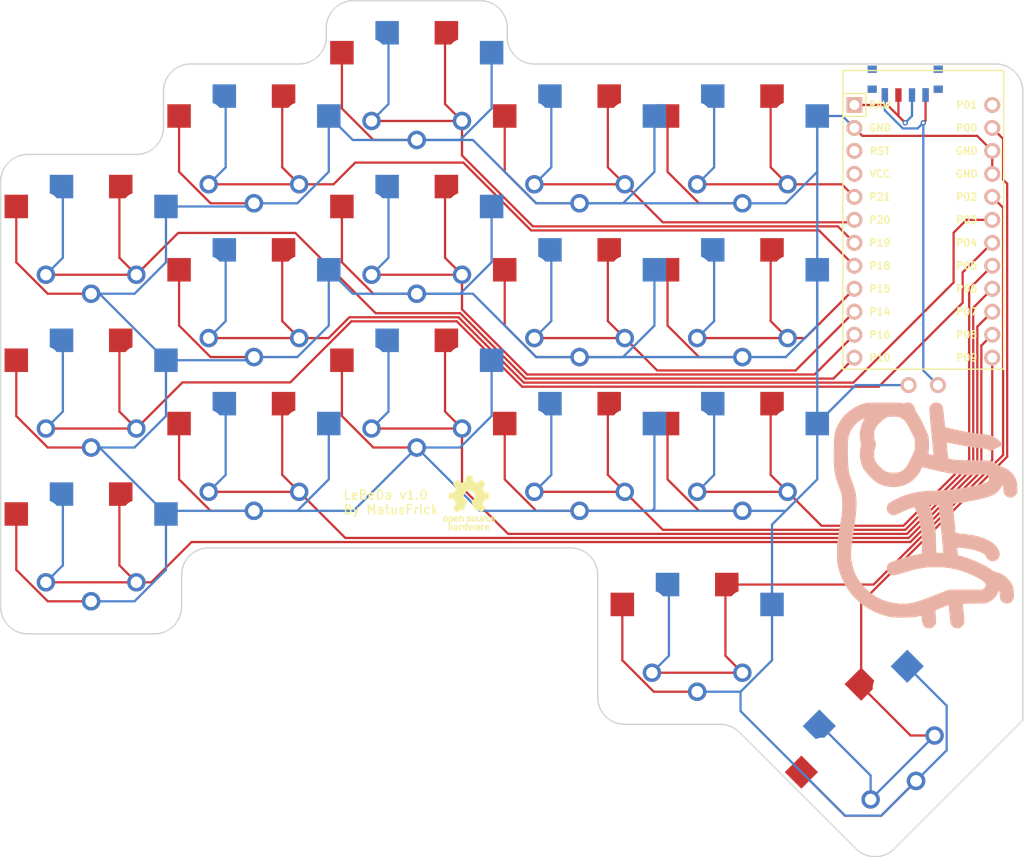
<source format=kicad_pcb>
(kicad_pcb (version 20211014) (generator pcbnew)
  (title_block (title "LeBeDa") (date "2022-04-03") (rev "v1.0") (company "https://github.com/MatusFrick/LeBeDa"))
  (layers (0 "F.Cu" signal) (31 "B.Cu" signal) (34 "B.Paste" user) (35 "F.Paste" user) (36 "B.SilkS" user "B.Silkscreen") (37 "F.SilkS" user "F.Silkscreen") (38 "B.Mask" user) (39 "F.Mask" user) (44 "Edge.Cuts" user))
  (net 0 "")
  (net 1 "P9")
  (net 2 "GND")
  (net 3 "P4")
  (net 4 "P10")
  (net 5 "P8")
  (net 6 "P3")
  (net 7 "P18")
  (net 8 "P7")
  (net 9 "P16")
  (net 10 "P19")
  (net 11 "P6")
  (net 12 "P14")
  (net 13 "P20")
  (net 14 "P5")
  (net 15 "P15")
  (net 16 "P21")
  (net 17 "P2")
  (net 18 "P0")
  (net 19 "RAW")
  (net 20 "RST")
  (net 21 "VCC")
  (net 22 "P1")
  (net 23 "pos")
  (footprint "lib:bat" (layer "F.Cu") (at 196.45 85.65 -90)
    (fp_text reference "")
    (fp_text value "")
  )
  (footprint "PG1350" (layer "F.Cu") (at 158.45 76.65 180)
    (fp_text reference "S22" hide)
    (fp_text value "" hide)
  )
  (footprint "PG1350" (layer "F.Cu") (at 176.45 59.65 180)
    (fp_text reference "S30" hide)
    (fp_text value "" hide)
  )
  (footprint "PG1350" (layer "F.Cu") (at 122.45 76.65 180)
    (fp_text reference "S10" hide)
    (fp_text value "" hide)
  )
  (footprint "PG1350" (layer "F.Cu") (at 104.45 69.65 180)
    (fp_text reference "S6" hide)
    (fp_text value "" hide)
  )
  (footprint "PG1350" (layer "F.Cu") (at 140.45 86.65)
    (fp_text reference "S13" hide)
    (fp_text value "" hide)
  )
  (footprint "VIA-0.6mm" (layer "F.Cu") (at 194.45 56.65)
    (fp_text reference "REF**" hide)
    (fp_text value "VIA-0.6mm" hide)
  )
  (footprint "PG1350" (layer "F.Cu") (at 171.45 113.65)
    (fp_text reference "S31" hide)
    (fp_text value "" hide)
  )
  (footprint "PG1350" (layer "F.Cu") (at 140.45 52.65)
    (fp_text reference "S17" hide)
    (fp_text value "" hide)
  )
  (footprint "PG1350" (layer "F.Cu") (at 191.474412 125.237868 45)
    (fp_text reference "S33" hide)
    (fp_text value "" hide)
  )
  (footprint "PG1350" (layer "F.Cu") (at 158.45 93.65 180)
    (fp_text reference "S20" hide)
    (fp_text value "" hide)
  )
  (footprint "lbd-rounded-backups:sloth" (layer "F.Cu") (at 196.7 100.05 90)
    (fp_text reference "G***" hide)
    (fp_text value "LOGO" hide)
  )
  (footprint "PG1350" (layer "F.Cu") (at 104.45 86.65)
    (fp_text reference "S3" hide)
    (fp_text value "" hide)
  )
  (footprint "PG1350" (layer "F.Cu") (at 104.45 103.65)
    (fp_text reference "S1" hide)
    (fp_text value "" hide)
  )
  (footprint "PG1350" (layer "F.Cu") (at 158.45 76.65)
    (fp_text reference "S21" hide)
    (fp_text value "" hide)
  )
  (footprint "Symbol:OSHW-Logo_5.7x6mm_SilkScreen" (layer "F.Cu") (at 146.25 98.7)
    (fp_text reference "REF**" hide)
    (fp_text value "OSHW-Logo_5.7x6mm_SilkScreen" hide)
  )
  (footprint "PG1350" (layer "F.Cu") (at 140.45 69.65 180)
    (fp_text reference "S16" hide)
    (fp_text value "" hide)
  )
  (footprint "VIA-0.6mm" (layer "F.Cu") (at 196.45 56.65)
    (fp_text reference "REF**" hide)
    (fp_text value "VIA-0.6mm" hide)
  )
  (footprint "PG1350" (layer "F.Cu") (at 140.45 52.65 180)
    (fp_text reference "S18" hide)
    (fp_text value "" hide)
  )
  (footprint "PG1350" (layer "F.Cu") (at 158.45 93.65)
    (fp_text reference "S19" hide)
    (fp_text value "" hide)
  )
  (footprint "PG1350" (layer "F.Cu") (at 176.45 59.65)
    (fp_text reference "S29" hide)
    (fp_text value "" hide)
  )
  (footprint "PG1350" (layer "F.Cu") (at 158.45 59.65)
    (fp_text reference "S23" hide)
    (fp_text value "" hide)
  )
  (footprint "PG1350" (layer "F.Cu") (at 191.474412 125.237868 -135)
    (fp_text reference "S34" hide)
    (fp_text value "" hide)
  )
  (footprint "PG1350" (layer "F.Cu") (at 122.45 76.65)
    (fp_text reference "S9" hide)
    (fp_text value "" hide)
  )
  (footprint "PG1350" (layer "F.Cu") (at 122.45 59.65)
    (fp_text reference "S11" hide)
    (fp_text value "" hide)
  )
  (footprint "Button_Switch_SMD:SW_SPDT_PCM12" (layer "F.Cu") (at 194.45 52.15 180)
    (fp_text reference "")
    (fp_text value "")
  )
  (footprint "PG1350" (layer "F.Cu") (at 104.45 86.65 180)
    (fp_text reference "S4" hide)
    (fp_text value "" hide)
  )
  (footprint "PG1350" (layer "F.Cu") (at 176.45 76.65)
    (fp_text reference "S27" hide)
    (fp_text value "" hide)
  )
  (footprint "PG1350" (layer "F.Cu") (at 122.45 59.65 180)
    (fp_text reference "S12" hide)
    (fp_text value "" hide)
  )
  (footprint "PG1350" (layer "F.Cu") (at 104.45 69.65)
    (fp_text reference "S5" hide)
    (fp_text value "" hide)
  )
  (footprint "PG1350" (layer "F.Cu") (at 104.45 103.65 180)
    (fp_text reference "S2" hide)
    (fp_text value "" hide)
  )
  (footprint "PG1350" (layer "F.Cu") (at 176.45 93.65 180)
    (fp_text reference "S26" hide)
    (fp_text value "" hide)
  )
  (footprint "PG1350" (layer "F.Cu") (at 140.45 86.65 180)
    (fp_text reference "S14" hide)
    (fp_text value "" hide)
  )
  (footprint "PG1350" (layer "F.Cu") (at 122.45 93.65 180)
    (fp_text reference "S8" hide)
    (fp_text value "" hide)
  )
  (footprint "ProMicro" (layer "F.Cu") (at 196.45 68.65 -90)
    (fp_text reference "MCU1" hide)
    (fp_text value "" hide)
  )
  (footprint "PG1350" (layer "F.Cu") (at 176.45 76.65 180)
    (fp_text reference "S28" hide)
    (fp_text value "" hide)
  )
  (footprint "PG1350" (layer "F.Cu") (at 171.45 113.65 180)
    (fp_text reference "S32" hide)
    (fp_text value "" hide)
  )
  (footprint "PG1350" (layer "F.Cu") (at 122.45 93.65)
    (fp_text reference "S7" hide)
    (fp_text value "" hide)
  )
  (footprint "PG1350" (layer "F.Cu") (at 176.45 93.65)
    (fp_text reference "S25" hide)
    (fp_text value "" hide)
  )
  (footprint "PG1350" (layer "F.Cu") (at 158.45 59.65 180)
    (fp_text reference "S24" hide)
    (fp_text value "" hide)
  )
  (footprint "PG1350" (layer "F.Cu") (at 140.45 69.65)
    (fp_text reference "S15" hide)
    (fp_text value "" hide)
  )
  (footprint "lbd-rounded-backups:sloth" (layer "B.Cu") (at 196.7 100.05 -90)
    (fp_text reference "G***" hide)
    (fp_text value "LOGO" hide)
  )
  (gr_arc (start 204.45 50.15) (mid 206.57132 51.02868) (end 207.45 53.15) (layer "Edge.Cuts") (width 0.15))
  (gr_line (start 115.45 50.15) (end 127.45 50.15) (layer "Edge.Cuts") (width 0.15))
  (gr_line (start 114.45 106.65) (end 114.45 110.15) (layer "Edge.Cuts") (width 0.15))
  (gr_arc (start 157.45 103.65) (mid 159.57132 104.52868) (end 160.45 106.65) (layer "Edge.Cuts") (width 0.15))
  (gr_line (start 133.45 43.15) (end 147.45 43.15) (layer "Edge.Cuts") (width 0.15))
  (gr_arc (start 112.45 57.15) (mid 111.57132 59.27132) (end 109.45 60.15) (layer "Edge.Cuts") (width 0.15))
  (gr_arc (start 147.45 43.15) (mid 149.57132 44.02868) (end 150.45 46.15) (layer "Edge.Cuts") (width 0.15))
  (gr_line (start 112.45 57.15) (end 112.45 53.15) (layer "Edge.Cuts") (width 0.15))
  (gr_arc (start 130.45 46.15) (mid 131.32868 44.02868) (end 133.45 43.15) (layer "Edge.Cuts") (width 0.15))
  (gr_arc (start 130.45 47.15) (mid 129.57132 49.27132) (end 127.45 50.15) (layer "Edge.Cuts") (width 0.15))
  (gr_arc (start 153.45 50.15) (mid 151.32868 49.27132) (end 150.45 47.15) (layer "Edge.Cuts") (width 0.15))
  (gr_arc (start 174.001768 123.15) (mid 175.149825 123.378351) (end 176.123088 124.02868) (layer "Edge.Cuts") (width 0.15))
  (gr_arc (start 163.45 123.15) (mid 161.32868 122.27132) (end 160.45 120.15) (layer "Edge.Cuts") (width 0.15))
  (gr_arc (start 97.45 113.15) (mid 95.32868 112.27132) (end 94.45 110.15) (layer "Edge.Cuts") (width 0.15))
  (gr_line (start 150.45 46.15) (end 150.45 47.15) (layer "Edge.Cuts") (width 0.15))
  (gr_line (start 163.45 123.15) (end 174.001768 123.15) (layer "Edge.Cuts") (width 0.15))
  (gr_line (start 153.45 50.15) (end 204.45 50.15) (layer "Edge.Cuts") (width 0.15))
  (gr_line (start 193.242179 136.90513) (end 207.525736 122.621573) (layer "Edge.Cuts") (width 0.15))
  (gr_line (start 176.123088 124.02868) (end 188.999538 136.90513) (layer "Edge.Cuts") (width 0.15))
  (gr_line (start 130.45 47.15) (end 130.45 46.15) (layer "Edge.Cuts") (width 0.15))
  (gr_line (start 117.45 103.65) (end 157.45 103.65) (layer "Edge.Cuts") (width 0.15))
  (gr_line (start 97.45 113.15) (end 111.45 113.15) (layer "Edge.Cuts") (width 0.15))
  (gr_arc (start 114.45 106.65) (mid 115.32868 104.52868) (end 117.45 103.65) (layer "Edge.Cuts") (width 0.15))
  (gr_arc (start 94.45 63.15) (mid 95.32868 61.02868) (end 97.45 60.15) (layer "Edge.Cuts") (width 0.15))
  (gr_arc (start 114.45 110.15) (mid 113.57132 112.27132) (end 111.45 113.15) (layer "Edge.Cuts") (width 0.15))
  (gr_line (start 160.45 120.15) (end 160.45 106.65) (layer "Edge.Cuts") (width 0.15))
  (gr_arc (start 112.45 53.15) (mid 113.32868 51.02868) (end 115.45 50.15) (layer "Edge.Cuts") (width 0.15))
  (gr_arc (start 193.242179 136.905131) (mid 191.12087 137.783778) (end 188.999538 136.90513) (layer "Edge.Cuts") (width 0.15))
  (gr_line (start 207.45 122.545837) (end 207.45 53.15) (layer "Edge.Cuts") (width 0.15))
  (gr_line (start 207.45 122.545837) (end 207.525736 122.621573) (layer "Edge.Cuts") (width 0.15))
  (gr_line (start 94.45 110.15) (end 94.45 63.15) (layer "Edge.Cuts") (width 0.15))
  (gr_line (start 97.45 60.15) (end 109.45 60.15) (layer "Edge.Cuts") (width 0.15))
  (gr_text "LeBeDa v1.0\nBy MatusFrick" (at 132.25 98.6) (layer "F.SilkS") (effects (font (size 1 1)) (justify left)))
  (segment (start 115.55 103) (end 195.014282 103) (width 0.25) (layer "F.Cu") (net 1))
  (segment (start 109.45 107.45) (end 99.45 107.45) (width 0.25) (layer "F.Cu") (net 1))
  (segment (start 107.575479 105.575479) (end 109.45 107.45) (width 0.25) (layer "F.Cu") (net 1))
  (segment (start 111.1 107.45) (end 115.55 103) (width 0.25) (layer "F.Cu") (net 1))
  (segment (start 195.014282 103) (end 204.07 93.944282) (width 0.25) (layer "F.Cu") (net 1))
  (segment (start 107.725 97.7) (end 107.575479 97.849521) (width 0.25) (layer "F.Cu") (net 1))
  (segment (start 204.07 93.944282) (end 204.07 82.62) (width 0.25) (layer "F.Cu") (net 1))
  (segment (start 107.575479 97.849521) (end 107.575479 105.575479) (width 0.25) (layer "F.Cu") (net 1))
  (segment (start 109.45 107.45) (end 111.1 107.45) (width 0.25) (layer "F.Cu") (net 1))
  (segment (start 101.175 97.7) (end 101.324521 97.849521) (width 0.25) (layer "B.Cu") (net 1))
  (segment (start 101.324521 97.849521) (end 101.324521 105.575479) (width 0.25) (layer "B.Cu") (net 1))
  (segment (start 101.324521 105.575479) (end 99.45 107.45) (width 0.25) (layer "B.Cu") (net 1))
  (segment (start 96.175 89.07077) (end 99.65423 92.55) (width 0.25) (layer "F.Cu") (net 2))
  (segment (start 96.175 65.9) (end 96.175 72.07077) (width 0.25) (layer "F.Cu") (net 2))
  (segment (start 188.83 57.22) (end 189.7063 58.0963) (width 0.25) (layer "F.Cu") (net 2))
  (segment (start 132.175 48.9) (end 132.175 55.07077) (width 0.25) (layer "F.Cu") (net 2))
  (segment (start 132.175 65.9) (end 132.175 72.07077) (width 0.25) (layer "F.Cu") (net 2))
  (segment (start 150.175 96.07077) (end 153.65423 99.55) (width 0.25) (layer "F.Cu") (net 2))
  (segment (start 96.175 106.07077) (end 99.65423 109.55) (width 0.25) (layer "F.Cu") (net 2))
  (segment (start 150.175 72.9) (end 150.175 79.07077) (width 0.25) (layer "F.Cu") (net 2))
  (segment (start 150.175 89.9) (end 150.175 96.07077) (width 0.25) (layer "F.Cu") (net 2))
  (segment (start 163.175 116.07077) (end 166.65423 119.55) (width 0.25) (layer "F.Cu") (net 2))
  (segment (start 171.65423 65.55) (end 176.45 65.55) (width 0.25) (layer "F.Cu") (net 2))
  (segment (start 96.175 82.9) (end 96.175 89.07077) (width 0.25) (layer "F.Cu") (net 2))
  (segment (start 114.175 62.07077) (end 117.65423 65.55) (width 0.25) (layer "F.Cu") (net 2))
  (segment (start 202.4063 58.0963) (end 204.07 59.76) (width 0.25) (layer "F.Cu") (net 2))
  (segment (start 204.07 59.76) (end 204.07 62.3) (width 0.25) (layer "F.Cu") (net 2))
  (segment (start 168.175 72.9) (end 168.175 79.07077) (width 0.25) (layer "F.Cu") (net 2))
  (segment (start 153.65423 65.55) (end 158.45 65.55) (width 0.25) (layer "F.Cu") (net 2))
  (segment (start 150.175 62.07077) (end 153.65423 65.55) (width 0.25) (layer "F.Cu") (net 2))
  (segment (start 168.175 89.9) (end 168.175 96.07077) (width 0.25) (layer "F.Cu") (net 2))
  (segment (start 132.175 82.9) (end 132.175 89.07077) (width 0.25) (layer "F.Cu") (net 2))
  (segment (start 99.65423 92.55) (end 104.45 92.55) (width 0.25) (layer "F.Cu") (net 2))
  (segment (start 132.175 55.07077) (end 135.65423 58.55) (width 0.25) (layer "F.Cu") (net 2))
  (segment (start 166.65423 119.55) (end 171.45 119.55) (width 0.25) (layer "F.Cu") (net 2))
  (segment (start 99.65423 109.55) (end 104.45 109.55) (width 0.25) (layer "F.Cu") (net 2))
  (segment (start 132.175 72.07077) (end 135.65423 75.55) (width 0.25) (layer "F.Cu") (net 2))
  (segment (start 117.65423 65.55) (end 122.45 65.55) (width 0.25) (layer "F.Cu") (net 2))
  (segment (start 114.175 79.07077) (end 117.65423 82.55) (width 0.25) (layer "F.Cu") (net 2))
  (segment (start 114.175 72.9) (end 114.175 79.07077) (width 0.25) (layer "F.Cu") (net 2))
  (segment (start 117.65423 82.55) (end 122.45 82.55) (width 0.25) (layer "F.Cu") (net 2))
  (segment (start 153.65423 82.55) (end 158.45 82.55) (width 0.25) (layer "F.Cu") (net 2))
  (segment (start 191.80614 133.25) (end 195.646342 129.409798) (width 0.25) (layer "F.Cu") (net 2))
  (segment (start 114.175 96.07077) (end 117.65423 99.55) (width 0.25) (layer "F.Cu") (net 2))
  (segment (start 168.175 79.07077) (end 171.65423 82.55) (width 0.25) (layer "F.Cu") (net 2))
  (segment (start 187.783927 133.25) (end 191.80614 133.25) (width 0.25) (layer "F.Cu") (net 2))
  (segment (start 168.175 62.07077) (end 171.65423 65.55) (width 0.25) (layer "F.Cu") (net 2))
  (segment (start 189.7063 58.0963) (end 202.4063 58.0963) (width 0.25) (layer "F.Cu") (net 2))
  (segment (start 135.65423 92.55) (end 140.45 92.55) (width 0.25) (layer "F.Cu") (net 2))
  (segment (start 96.175 99.9) (end 96.175 106.07077) (width 0.25) (layer "F.Cu") (net 2))
  (segment (start 153.65423 99.55) (end 158.45 99.55) (width 0.25) (layer "F.Cu") (net 2))
  (segment (start 99.65423 75.55) (end 104.45 75.55) (width 0.25) (layer "F.Cu") (net 2))
  (segment (start 135.65423 58.55) (end 140.45 58.55) (width 0.25) (layer "F.Cu") (net 2))
  (segment (start 168.175 96.07077) (end 171.65423 99.55) (width 0.25) (layer "F.Cu") (net 2))
  (segment (start 132.175 89.07077) (end 135.65423 92.55) (width 0.25) (layer "F.Cu") (net 2))
  (segment (start 171.65423 99.55) (end 176.45 99.55) (width 0.25) (layer "F.Cu") (net 2))
  (segment (start 135.65423 75.55) (end 140.45 75.55) (width 0.25) (layer "F.Cu") (net 2))
  (segment (start 117.65423 99.55) (end 122.45 99.55) (width 0.25) (layer "F.Cu") (net 2))
  (segment (start 96.175 72.07077) (end 99.65423 75.55) (width 0.25) (layer "F.Cu") (net 2))
  (segment (start 150.175 79.07077) (end 153.65423 82.55) (width 0.25) (layer "F.Cu") (net 2))
  (segment (start 114.175 55.9) (end 114.175 62.07077) (width 0.25) (layer "F.Cu") (net 2))
  (segment (start 163.175 109.9) (end 163.175 116.07077) (width 0.25) (layer "F.Cu") (net 2))
  (segment (start 114.175 89.9) (end 114.175 96.07077) (width 0.25) (layer "F.Cu") (net 2))
  (segment (start 168.175 55.9) (end 168.175 62.07077) (width 0.25) (layer "F.Cu") (net 2))
  (segment (start 182.971453 128.437526) (end 187.783927 133.25) (width 0.25) (layer "F.Cu") (net 2))
  (segment (start 171.65423 82.55) (end 176.45 82.55) (width 0.25) (layer "F.Cu") (net 2))
  (segment (start 150.175 55.9) (end 150.175 62.07077) (width 0.25) (layer "F.Cu") (net 2))
  (segment (start 145.24577 92.55) (end 140.45 92.55) (width 0.25) (layer "B.Cu") (net 2))
  (segment (start 130.725 72.9) (end 130.725 79.07077) (width 0.25) (layer "B.Cu") (net 2))
  (segment (start 130.725 55.9) (end 130.725 62.07077) (width 0.25) (layer "B.Cu") (net 2))
  (segment (start 187.51 55.9) (end 188.83 57.22) (width 0.25) (layer "B.Cu") (net 2))
  (segment (start 181.24577 82.55) (end 176.45 82.55) (width 0.25) (layer "B.Cu") (net 2))
  (segment (start 112.725 82.9) (end 112.725 89.07077) (width 0.25) (layer "B.Cu") (net 2))
  (segment (start 191.80614 133.25) (end 187.8 133.25) (width 0.25) (layer "B.Cu") (net 2))
  (segment (start 176.45 99.55) (end 158.45 99.55) (width 0.25) (layer "B.Cu") (net 2))
  (segment (start 194.83 85.65) (end 188.975 85.65) (width 0.25) (layer "B.Cu") (net 2))
  (segment (start 188.975 85.65) (end 184.725 89.9) (width 0.25) (layer "B.Cu") (net 2))
  (segment (start 166.725 72.9) (end 166.725 79.07077) (width 0.25) (layer "B.Cu") (net 2))
  (segment (start 184.725 79.07077) (end 181.24577 82.55) (width 0.25) (layer "B.Cu") (net 2))
  (segment (start 140.45 75.55) (end 146.65423 75.55) (width 0.25) (layer "B.Cu") (net 2))
  (segment (start 147.45 99.55) (end 140.45 92.55) (width 0.25) (layer "B.Cu") (net 2))
  (segment (start 153.65423 82.55) (end 158.45 82.55) (width 0.25) (layer "B.Cu") (net 2))
  (segment (start 112.725 99.9) (end 112.725 106.07077) (width 0.25) (layer "B.Cu") (net 2))
  (segment (start 130.725 62.07077) (end 127.24577 65.55) (width 0.25) (layer "B.Cu") (net 2))
  (segment (start 199.037463 126.018677) (end 195.646342 129.409798) (width 0.25) (layer "B.Cu") (net 2))
  (segment (start 127.24577 65.55) (end 122.45 65.55) (width 0.25) (layer "B.Cu") (net 2))
  (segment (start 148.725 72.07077) (end 145.24577 75.55) (width 0.25) (layer "B.Cu") (net 2))
  (segment (start 109.24577 92.55) (end 104.45 92.55) (width 0.25) (layer "B.Cu") (net 2))
  (segment (start 130.725 72.9) (end 133.375 75.55) (width 0.25) (layer "B.Cu") (net 2))
  (segment (start 148.725 55.07077) (end 145.24577 58.55) (width 0.25) (layer "B.Cu") (net 2))
  (segment (start 122.1 82.9) (end 122.45 82.55) (width 0.25) (layer "B.Cu") (net 2))
  (segment (start 133.375 75.55) (end 140.45 75.55) (width 0.25) (layer "B.Cu") (net 2))
  (segment (start 184.725 62.07077) (end 181.24577 65.55) (width 0.25) (layer "B.Cu") (net 2))
  (segment (start 158.45 99.55) (end 147.45 99.55) (width 0.25) (layer "B.Cu") (net 2))
  (segment (start 166.725 89.9) (end 166.725 99.275) (width 0.25) (layer "B.Cu") (net 2))
  (segment (start 184.725 72.9) (end 184.725 79.07077) (width 0.25) (layer "B.Cu") (net 2))
  (segment (start 145.24577 58.55) (end 140.45 58.55) (width 0.25) (layer "B.Cu") (net 2))
  (segment (start 122.1 65.9) (end 122.45 65.55) (width 0.25) (layer "B.Cu") (net 2))
  (segment (start 182.047885 98.747885) (end 181.24577 99.55) (width 0.25) (layer "B.Cu") (net 2))
  (segment (start 148.725 65.9) (end 148.725 72.07077) (width 0.25) (layer "B.Cu") (net 2))
  (segment (start 184.725 55.9) (end 184.725 62.07077) (width 0.25) (layer "B.Cu") (net 2))
  (segment (start 133.375 58.55) (end 140.45 58.55) (width 0.25) (layer "B.Cu") (net 2))
  (segment (start 179.725 109.9) (end 179.725 116.07077) (width 0.25) (layer "B.Cu") (net 2))
  (segment (start 163.24577 82.55) (end 158.45 82.55) (width 0.25) (layer "B.Cu") (net 2))
  (segment (start 145.24577 75.55) (end 140.45 75.55) (width 0.25) (layer "B.Cu") (net 2))
  (segment (start 130.725 55.9) (end 133.375 58.55) (width 0.25) (layer "B.Cu") (net 2))
  (segment (start 184.725 89.9) (end 184.725 96.07077) (width 0.25) (layer "B.Cu") (net 2))
  (segment (start 130.725 96.07077) (end 127.24577 99.55) (width 0.25) (layer "B.Cu") (net 2))
  (segment (start 148.725 89.07077) (end 145.24577 92.55) (width 0.25) (layer "B.Cu") (net 2))
  (segment (start 112.725 99.9) (end 105.375 92.55) (width 0.25) (layer "B.Cu") (net 2))
  (segment (start 127.24577 82.55) (end 122.45 82.55) (width 0.25) (layer "B.Cu") (net 2))
  (segment (start 113.075 99.55) (end 112.725 99.9) (width 0.25) (layer "B.Cu") (net 2))
  (segment (start 181.24577 99.55) (end 176.45 99.55) (width 0.25) (layer "B.Cu") (net 2))
  (segment (start 133.45 99.55) (end 122.45 99.55) (width 0.25) (layer "B.Cu") (net 2))
  (segment (start 112.725 89.07077) (end 109.24577 92.55) (width 0.25) (layer "B.Cu") (net 2))
  (segment (start 166.45 99.55) (end 158.45 99.55) (width 0.25) (layer "B.Cu") (net 2))
  (segment (start 166.725 99.275) (end 166.45 99.55) (width 0.25) (layer "B.Cu") (net 2))
  (segment (start 140.45 58.55) (end 146.65423 58.55) (width 0.25) (layer "B.Cu") (net 2))
  (segment (start 166.725 62.075) (end 163.25 65.55) (width 0.25) (layer "B.Cu") (net 2))
  (segment (start 158.45 82.55) (end 176.45 82.55) (width 0.25) (layer "B.Cu") (net 2))
  (segment (start 176.24577 119.55) (end 171.45 119.55) (width 0.25) (layer "B.Cu") (net 2))
  (segment (start 194.67407 116.734909) (end 199.037463 121.098302) (width 0.25) (layer "B.Cu") (net 2))
  (segment (start 130.725 79.07077) (end 127.24577 82.55) (width 0.25) (layer "B.Cu") (net 2))
  (segment (start 158.45 65.55) (end 176.45 65.55) (width 0.25) (layer "B.Cu") (net 2))
  (segment (start 122.45 99.55) (end 113.075 99.55) (width 0.25) (layer "B.Cu") (net 2))
  (segment (start 109.24577 75.55) (end 104.45 75.55) (width 0.25) (layer "B.Cu") (net 2))
  (segment (start 105.375 92.55) (end 104.45 92.55) (width 0.25) (layer "B.Cu") (net 2))
  (segment (start 179.725 101.07077) (end 182.047885 98.747885) (width 0.25) (layer "B.Cu") (net 2))
  (segment (start 112.725 82.9) (end 105.375 75.55) (width 0.25) (layer "B.Cu") (net 2))
  (segment (start 181.24577 65.55) (end 176.45 65.55) (width 0.25) (layer "B.Cu") (net 2))
  (segment (start 184.725 55.9) (end 187.51 55.9) (width 0.25) (layer "B.Cu") (net 2))
  (segment (start 187.8 133.25) (end 176.24577 121.69577) (width 0.25) (layer "B.Cu") (net 2))
  (segment (start 166.725 79.07077) (end 163.24577 82.55) (width 0.25) (layer "B.Cu") (net 2))
  (segment (start 109.24577 109.55) (end 104.45 109.55) (width 0.25) (layer "B.Cu") (net 2))
  (segment (start 112.725 65.9) (end 112.725 72.07077) (width 0.25) (layer "B.Cu") (net 2))
  (segment (start 163.25 65.55) (end 158.45 65.55) (width 0.25) (layer "B.Cu") (net 2))
  (segment (start 112.725 72.07077) (end 109.24577 75.55) (width 0.25) (layer "B.Cu") (net 2))
  (segment (start 179.725 109.9) (end 179.725 101.07077) (width 0.25) (layer "B.Cu") (net 2))
  (segment (start 179.725 116.07077) (end 176.24577 119.55) (width 0.25) (layer "B.Cu") (net 2))
  (segment (start 130.725 89.9) (end 130.725 96.07077) (width 0.25) (layer "B.Cu") (net 2))
  (segment (start 148.725 48.9) (end 148.725 55.07077) (width 0.25) (layer "B.Cu") (net 2))
  (segment (start 166.725 55.9) (end 166.725 62.075) (width 0.25) (layer "B.Cu") (net 2))
  (segment (start 146.65423 75.55) (end 153.65423 82.55) (width 0.25) (layer "B.Cu") (net 2))
  (segment (start 112.725 82.9) (end 122.1 82.9) (width 0.25) (layer "B.Cu") (net 2))
  (segment (start 199.037463 121.098302) (end 199.037463 126.018677) (width 0.25) (layer "B.Cu") (net 2))
  (segment (start 105.375 75.55) (end 104.45 75.55) (width 0.25) (layer "B.Cu") (net 2))
  (segment (start 112.725 65.9) (end 122.1 65.9) (width 0.25) (layer "B.Cu") (net 2))
  (segment (start 112.725 106.07077) (end 109.24577 109.55) (width 0.25) (layer "B.Cu") (net 2))
  (segment (start 184.725 72.9) (end 184.725 55.9) (width 0.25) (layer "B.Cu") (net 2))
  (segment (start 184.725 72.9) (end 184.725 89.9) (width 0.25) (layer "B.Cu") (net 2))
  (segment (start 184.725 96.07077) (end 182.047885 98.747885) (width 0.25) (layer "B.Cu") (net 2))
  (segment (start 140.45 92.55) (end 133.45 99.55) (width 0.25) (layer "B.Cu") (net 2))
  (segment (start 148.725 82.9) (end 148.725 89.07077) (width 0.25) (layer "B.Cu") (net 2))
  (segment (start 127.24577 99.55) (end 122.45 99.55) (width 0.25) (layer "B.Cu") (net 2))
  (segment (start 146.65423 58.55) (end 153.65423 65.55) (width 0.25) (layer "B.Cu") (net 2))
  (segment (start 153.65423 65.55) (end 158.45 65.55) (width 0.25) (layer "B.Cu") (net 2))
  (segment (start 195.646342 129.409798) (end 191.80614 133.25) (width 0.25) (layer "B.Cu") (net 2))
  (segment (start 176.24577 121.69577) (end 176.24577 119.55) (width 0.25) (layer "B.Cu") (net 2))
  (segment (start 107.575479 88.575479) (end 109.45 90.45) (width 0.25) (layer "F.Cu") (net 3))
  (segment (start 152.099501 85.825479) (end 144.874022 78.6) (width 0.25) (layer "F.Cu") (net 3))
  (segment (start 200.8 76.55) (end 191.524521 85.825479) (width 0.25) (layer "F.Cu") (net 3))
  (segment (start 191.524521 85.825479) (end 152.099501 85.825479) (width 0.25) (layer "F.Cu") (net 3))
  (segment (start 144.874022 78.6) (end 133.225978 78.6) (width 0.25) (layer "F.Cu") (net 3))
  (segment (start 200.8 73.19) (end 200.8 76.55) (width 0.25) (layer "F.Cu") (net 3))
  (segment (start 114.55 85.35) (end 109.45 90.45) (width 0.25) (layer "F.Cu") (net 3))
  (segment (start 107.725 80.7) (end 107.575479 80.849521) (width 0.25) (layer "F.Cu") (net 3))
  (segment (start 109.45 90.45) (end 99.45 90.45) (width 0.25) (layer "F.Cu") (net 3))
  (segment (start 126.475978 85.35) (end 114.55 85.35) (width 0.25) (layer "F.Cu") (net 3))
  (segment (start 204.07 69.92) (end 200.8 73.19) (width 0.25) (layer "F.Cu") (net 3))
  (segment (start 133.225978 78.6) (end 126.475978 85.35) (width 0.25) (layer "F.Cu") (net 3))
  (segment (start 107.575479 80.849521) (end 107.575479 88.575479) (width 0.25) (layer "F.Cu") (net 3))
  (segment (start 101.175 80.7) (end 101.324521 80.849521) (width 0.25) (layer "B.Cu") (net 3))
  (segment (start 101.324521 80.849521) (end 101.324521 88.575479) (width 0.25) (layer "B.Cu") (net 3))
  (segment (start 101.324521 88.575479) (end 99.45 90.45) (width 0.25) (layer "B.Cu") (net 3))
  (segment (start 135.90096 77.70096) (end 145.246416 77.70096) (width 0.25) (layer "F.Cu") (net 4))
  (segment (start 145.246416 77.70096) (end 152.471897 84.926439) (width 0.25) (layer "F.Cu") (net 4))
  (segment (start 107.575479 71.575479) (end 109.45 73.45) (width 0.25) (layer "F.Cu") (net 4))
  (segment (start 152.471897 84.926439) (end 186.523561 84.926439) (width 0.25) (layer "F.Cu") (net 4))
  (segment (start 109.45 73.45) (end 99.45 73.45) (width 0.25) (layer "F.Cu") (net 4))
  (segment (start 114.074521 68.825479) (end 127.025479 68.825479) (width 0.25) (layer "F.Cu") (net 4))
  (segment (start 109.45 73.45) (end 114.074521 68.825479) (width 0.25) (layer "F.Cu") (net 4))
  (segment (start 186.523561 84.926439) (end 188.83 82.62) (width 0.25) (layer "F.Cu") (net 4))
  (segment (start 107.725 63.7) (end 107.575479 63.849521) (width 0.25) (layer "F.Cu") (net 4))
  (segment (start 107.575479 63.849521) (end 107.575479 71.575479) (width 0.25) (layer "F.Cu") (net 4))
  (segment (start 127.025479 68.825479) (end 135.90096 77.70096) (width 0.25) (layer "F.Cu") (net 4))
  (segment (start 101.324521 63.849521) (end 101.324521 71.575479) (width 0.25) (layer "B.Cu") (net 4))
  (segment (start 101.324521 71.575479) (end 99.45 73.45) (width 0.25) (layer "B.Cu") (net 4))
  (segment (start 101.175 63.7) (end 101.324521 63.849521) (width 0.25) (layer "B.Cu") (net 4))
  (segment (start 194.828084 102.55048) (end 202.869189 94.509375) (width 0.25) (layer "F.Cu") (net 5))
  (segment (start 125.725 87.7) (end 125.575479 87.849521) (width 0.25) (layer "F.Cu") (net 5))
  (segment (start 202.869189 94.509375) (end 202.869189 81.280811) (width 0.25) (layer "F.Cu") (net 5))
  (segment (start 127.45 97.45) (end 132.55048 102.55048) (width 0.25) (layer "F.Cu") (net 5))
  (segment (start 202.869189 81.280811) (end 204.07 80.08) (width 0.25) (layer "F.Cu") (net 5))
  (segment (start 125.575479 87.849521) (end 125.575479 95.575479) (width 0.25) (layer "F.Cu") (net 5))
  (segment (start 132.55048 102.55048) (end 194.828084 102.55048) (width 0.25) (layer "F.Cu") (net 5))
  (segment (start 127.45 97.45) (end 117.45 97.45) (width 0.25) (layer "F.Cu") (net 5))
  (segment (start 125.575479 95.575479) (end 127.45 97.45) (width 0.25) (layer "F.Cu") (net 5))
  (segment (start 119.175 87.7) (end 119.324521 87.849521) (width 0.25) (layer "B.Cu") (net 5))
  (segment (start 119.324521 87.849521) (end 119.324521 95.575479) (width 0.25) (layer "B.Cu") (net 5))
  (segment (start 119.324521 95.575479) (end 117.45 97.45) (width 0.25) (layer "B.Cu") (net 5))
  (segment (start 127.45 80.45) (end 117.45 80.45) (width 0.25) (layer "F.Cu") (net 6))
  (segment (start 152.285699 85.375959) (end 188.724041 85.375959) (width 0.25) (layer "F.Cu") (net 6))
  (segment (start 125.725 70.7) (end 125.575479 70.849521) (width 0.25) (layer "F.Cu") (net 6))
  (segment (start 199.8 74.3) (end 199.8 68.8) (width 0.25) (layer "F.Cu") (net 6))
  (segment (start 188.724041 85.375959) (end 199.8 74.3) (width 0.25) (layer "F.Cu") (net 6))
  (segment (start 199.8 68.8) (end 201.22 67.38) (width 0.25) (layer "F.Cu") (net 6))
  (segment (start 125.575479 70.849521) (end 125.575479 78.575479) (width 0.25) (layer "F.Cu") (net 6))
  (segment (start 201.22 67.38) (end 204.07 67.38) (width 0.25) (layer "F.Cu") (net 6))
  (segment (start 130.7 80.45) (end 132.99952 78.15048) (width 0.25) (layer "F.Cu") (net 6))
  (segment (start 127.45 80.45) (end 130.7 80.45) (width 0.25) (layer "F.Cu") (net 6))
  (segment (start 132.99952 78.15048) (end 145.060219 78.15048) (width 0.25) (layer "F.Cu") (net 6))
  (segment (start 145.060219 78.15048) (end 152.285699 85.375959) (width 0.25) (layer "F.Cu") (net 6))
  (segment (start 125.575479 78.575479) (end 127.45 80.45) (width 0.25) (layer "F.Cu") (net 6))
  (segment (start 119.324521 70.849521) (end 119.324521 78.575479) (width 0.25) (layer "B.Cu") (net 6))
  (segment (start 119.324521 78.575479) (end 117.45 80.45) (width 0.25) (layer "B.Cu") (net 6))
  (segment (start 119.175 70.7) (end 119.324521 70.849521) (width 0.25) (layer "B.Cu") (net 6))
  (segment (start 125.575479 53.849521) (end 125.575479 61.575479) (width 0.25) (layer "F.Cu") (net 7))
  (segment (start 184.92 68.55) (end 188.83 72.46) (width 0.25) (layer "F.Cu") (net 7))
  (segment (start 153.1 68.55) (end 184.92 68.55) (width 0.25) (layer "F.Cu") (net 7))
  (segment (start 127.45 63.45) (end 117.45 63.45) (width 0.25) (layer "F.Cu") (net 7))
  (segment (start 145.6 61.05) (end 153.1 68.55) (width 0.25) (layer "F.Cu") (net 7))
  (segment (start 125.575479 61.575479) (end 127.45 63.45) (width 0.25) (layer "F.Cu") (net 7))
  (segment (start 131.25 63.45) (end 133.65 61.05) (width 0.25) (layer "F.Cu") (net 7))
  (segment (start 127.45 63.45) (end 131.25 63.45) (width 0.25) (layer "F.Cu") (net 7))
  (segment (start 133.65 61.05) (end 145.6 61.05) (width 0.25) (layer "F.Cu") (net 7))
  (segment (start 125.725 53.7) (end 125.575479 53.849521) (width 0.25) (layer "F.Cu") (net 7))
  (segment (start 119.175 53.7) (end 119.324521 53.849521) (width 0.25) (layer "B.Cu") (net 7))
  (segment (start 119.324521 53.849521) (end 119.324521 61.575479) (width 0.25) (layer "B.Cu") (net 7))
  (segment (start 119.324521 61.575479) (end 117.45 63.45) (width 0.25) (layer "B.Cu") (net 7))
  (segment (start 145.45 97) (end 150.55096 102.10096) (width 0.25) (layer "F.Cu") (net 8))
  (segment (start 194.641886 102.10096) (end 202.419669 94.323177) (width 0.25) (layer "F.Cu") (net 8))
  (segment (start 150.55096 102.10096) (end 194.641886 102.10096) (width 0.25) (layer "F.Cu") (net 8))
  (segment (start 143.575479 80.849521) (end 143.575479 88.575479) (width 0.25) (layer "F.Cu") (net 8))
  (segment (start 143.575479 88.575479) (end 145.45 90.45) (width 0.25) (layer "F.Cu") (net 8))
  (segment (start 143.725 80.7) (end 143.575479 80.849521) (width 0.25) (layer "F.Cu") (net 8))
  (segment (start 145.45 90.45) (end 135.45 90.45) (width 0.25) (layer "F.Cu") (net 8))
  (segment (start 145.45 90.45) (end 145.45 97) (width 0.25) (layer "F.Cu") (net 8))
  (segment (start 202.419669 94.323177) (end 202.419669 79.190331) (width 0.25) (layer "F.Cu") (net 8))
  (segment (start 202.419669 79.190331) (end 204.07 77.54) (width 0.25) (layer "F.Cu") (net 8))
  (segment (start 137.324521 80.849521) (end 137.324521 88.575479) (width 0.25) (layer "B.Cu") (net 8))
  (segment (start 137.324521 88.575479) (end 135.45 90.45) (width 0.25) (layer "B.Cu") (net 8))
  (segment (start 137.175 80.7) (end 137.324521 80.849521) (width 0.25) (layer "B.Cu") (net 8))
  (segment (start 145.45 73.45) (end 135.45 73.45) (width 0.25) (layer "F.Cu") (net 9))
  (segment (start 143.575479 71.575479) (end 145.45 73.45) (width 0.25) (layer "F.Cu") (net 9))
  (segment (start 143.725 63.7) (end 143.575479 63.849521) (width 0.25) (layer "F.Cu") (net 9))
  (segment (start 145.45 77.268826) (end 152.658095 84.476919) (width 0.25) (layer "F.Cu") (net 9))
  (segment (start 145.45 73.45) (end 145.45 77.268826) (width 0.25) (layer "F.Cu") (net 9))
  (segment (start 143.575479 63.849521) (end 143.575479 71.575479) (width 0.25) (layer "F.Cu") (net 9))
  (segment (start 184.433081 84.476919) (end 188.83 80.08) (width 0.25) (layer "F.Cu") (net 9))
  (segment (start 152.658095 84.476919) (end 184.433081 84.476919) (width 0.25) (layer "F.Cu") (net 9))
  (segment (start 137.324521 63.849521) (end 137.324521 71.575479) (width 0.25) (layer "B.Cu") (net 9))
  (segment (start 137.175 63.7) (end 137.324521 63.849521) (width 0.25) (layer "B.Cu") (net 9))
  (segment (start 137.324521 71.575479) (end 135.45 73.45) (width 0.25) (layer "B.Cu") (net 9))
  (segment (start 187.01048 68.10048) (end 188.83 69.92) (width 0.25) (layer "F.Cu") (net 10))
  (segment (start 145.45 56.45) (end 135.45 56.45) (width 0.25) (layer "F.Cu") (net 10))
  (segment (start 145.45 56.45) (end 145.45 60.264283) (width 0.25) (layer "F.Cu") (net 10))
  (segment (start 145.45 60.264283) (end 153.286198 68.10048) (width 0.25) (layer "F.Cu") (net 10))
  (segment (start 153.286198 68.10048) (end 187.01048 68.10048) (width 0.25) (layer "F.Cu") (net 10))
  (segment (start 143.575479 54.575479) (end 145.45 56.45) (width 0.25) (layer "F.Cu") (net 10))
  (segment (start 143.725 46.7) (end 143.575479 46.849521) (width 0.25) (layer "F.Cu") (net 10))
  (segment (start 143.575479 46.849521) (end 143.575479 54.575479) (width 0.25) (layer "F.Cu") (net 10))
  (segment (start 137.324521 46.849521) (end 137.324521 54.575479) (width 0.25) (layer "B.Cu") (net 10))
  (segment (start 137.324521 54.575479) (end 135.45 56.45) (width 0.25) (layer "B.Cu") (net 10))
  (segment (start 137.175 46.7) (end 137.324521 46.849521) (width 0.25) (layer "B.Cu") (net 10))
  (segment (start 161.575479 95.575479) (end 163.45 97.45) (width 0.25) (layer "F.Cu") (net 11))
  (segment (start 201.970149 77.099851) (end 204.07 75) (width 0.25) (layer "F.Cu") (net 11))
  (segment (start 161.575479 87.849521) (end 161.575479 95.575479) (width 0.25) (layer "F.Cu") (net 11))
  (segment (start 161.725 87.7) (end 161.575479 87.849521) (width 0.25) (layer "F.Cu") (net 11))
  (segment (start 163.45 97.45) (end 153.45 97.45) (width 0.25) (layer "F.Cu") (net 11))
  (segment (start 194.455688 101.65144) (end 201.970149 94.136979) (width 0.25) (layer "F.Cu") (net 11))
  (segment (start 163.45 97.45) (end 167.65144 101.65144) (width 0.25) (layer "F.Cu") (net 11))
  (segment (start 167.65144 101.65144) (end 194.455688 101.65144) (width 0.25) (layer "F.Cu") (net 11))
  (segment (start 201.970149 94.136979) (end 201.970149 77.099851) (width 0.25) (layer "F.Cu") (net 11))
  (segment (start 155.175 87.7) (end 155.324521 87.849521) (width 0.25) (layer "B.Cu") (net 11))
  (segment (start 155.324521 95.575479) (end 153.45 97.45) (width 0.25) (layer "B.Cu") (net 11))
  (segment (start 155.324521 87.849521) (end 155.324521 95.575479) (width 0.25) (layer "B.Cu") (net 11))
  (segment (start 163.45 80.45) (end 167.027399 84.027399) (width 0.25) (layer "F.Cu") (net 12))
  (segment (start 163.45 80.45) (end 153.45 80.45) (width 0.25) (layer "F.Cu") (net 12))
  (segment (start 161.575479 70.849521) (end 161.575479 78.575479) (width 0.25) (layer "F.Cu") (net 12))
  (segment (start 182.342601 84.027399) (end 188.83 77.54) (width 0.25) (layer "F.Cu") (net 12))
  (segment (start 167.027399 84.027399) (end 182.342601 84.027399) (width 0.25) (layer "F.Cu") (net 12))
  (segment (start 161.725 70.7) (end 161.575479 70.849521) (width 0.25) (layer "F.Cu") (net 12))
  (segment (start 161.575479 78.575479) (end 163.45 80.45) (width 0.25) (layer "F.Cu") (net 12))
  (segment (start 155.324521 70.849521) (end 155.324521 78.575479) (width 0.25) (layer "B.Cu") (net 12))
  (segment (start 155.324521 78.575479) (end 153.45 80.45) (width 0.25) (layer "B.Cu") (net 12))
  (segment (start 155.175 70.7) (end 155.324521 70.849521) (width 0.25) (layer "B.Cu") (net 12))
  (segment (start 188.530124 67.38) (end 188.83 67.38) (width 0.25) (layer "F.Cu") (net 13))
  (segment (start 163.45 63.45) (end 153.45 63.45) (width 0.25) (layer "F.Cu") (net 13))
  (segment (start 161.575479 61.575479) (end 163.45 63.45) (width 0.25) (layer "F.Cu") (net 13))
  (segment (start 188.259164 67.65096) (end 188.530124 67.38) (width 0.25) (layer "F.Cu") (net 13))
  (segment (start 161.725 53.7) (end 161.575479 53.849521) (width 0.25) (layer "F.Cu") (net 13))
  (segment (start 163.45 63.45) (end 167.65096 67.65096) (width 0.25) (layer "F.Cu") (net 13))
  (segment (start 167.65096 67.65096) (end 188.259164 67.65096) (width 0.25) (layer "F.Cu") (net 13))
  (segment (start 161.575479 53.849521) (end 161.575479 61.575479) (width 0.25) (layer "F.Cu") (net 13))
  (segment (start 155.324521 61.575479) (end 153.45 63.45) (width 0.25) (layer "B.Cu") (net 13))
  (segment (start 155.324521 53.849521) (end 155.324521 61.575479) (width 0.25) (layer "B.Cu") (net 13))
  (segment (start 155.175 53.7) (end 155.324521 53.849521) (width 0.25) (layer "B.Cu") (net 13))
  (segment (start 181.45 97.45) (end 171.45 97.45) (width 0.25) (layer "F.Cu") (net 14))
  (segment (start 181.45 97.45) (end 185.20192 101.20192) (width 0.25) (layer "F.Cu") (net 14))
  (segment (start 179.575479 87.849521) (end 179.575479 95.575479) (width 0.25) (layer "F.Cu") (net 14))
  (segment (start 194.24808 101.20192) (end 201.520629 93.929371) (width 0.25) (layer "F.Cu") (net 14))
  (segment (start 179.725 87.7) (end 179.575479 87.849521) (width 0.25) (layer "F.Cu") (net 14))
  (segment (start 185.20192 101.20192) (end 194.24808 101.20192) (width 0.25) (layer "F.Cu") (net 14))
  (segment (start 201.520629 75.009371) (end 204.07 72.46) (width 0.25) (layer "F.Cu") (net 14))
  (segment (start 201.520629 93.670629) (end 201.520629 75.009371) (width 0.25) (layer "F.Cu") (net 14))
  (segment (start 201.520629 93.950781) (end 201.520629 93.670629) (width 0.25) (layer "F.Cu") (net 14))
  (segment (start 179.575479 95.575479) (end 181.45 97.45) (width 0.25) (layer "F.Cu") (net 14))
  (segment (start 201.520629 93.929371) (end 201.520629 93.670629) (width 0.25) (layer "F.Cu") (net 14))
  (segment (start 173.324521 95.575479) (end 171.45 97.45) (width 0.25) (layer "B.Cu") (net 14))
  (segment (start 173.175 87.7) (end 173.324521 87.849521) (width 0.25) (layer "B.Cu") (net 14))
  (segment (start 173.324521 87.849521) (end 173.324521 95.575479) (width 0.25) (layer "B.Cu") (net 14))
  (segment (start 179.575479 78.575479) (end 181.45 80.45) (width 0.25) (layer "F.Cu") (net 15))
  (segment (start 179.725 70.7) (end 179.575479 70.849521) (width 0.25) (layer "F.Cu") (net 15))
  (segment (start 183.38 80.45) (end 188.83 75) (width 0.25) (layer "F.Cu") (net 15))
  (segment (start 181.45 80.45) (end 171.45 80.45) (width 0.25) (layer "F.Cu") (net 15))
  (segment (start 179.575479 70.849521) (end 179.575479 78.575479) (width 0.25) (layer "F.Cu") (net 15))
  (segment (start 181.45 80.45) (end 183.38 80.45) (width 0.25) (layer "F.Cu") (net 15))
  (segment (start 173.324521 70.849521) (end 173.324521 78.575479) (width 0.25) (layer "B.Cu") (net 15))
  (segment (start 173.175 70.7) (end 173.324521 70.849521) (width 0.25) (layer "B.Cu") (net 15))
  (segment (start 173.324521 78.575479) (end 171.45 80.45) (width 0.25) (layer "B.Cu") (net 15))
  (segment (start 187.44 63.45) (end 188.83 64.84) (width 0.25) (layer "F.Cu") (net 16))
  (segment (start 179.575479 53.849521) (end 179.575479 61.575479) (width 0.25) (layer "F.Cu") (net 16))
  (segment (start 181.45 63.45) (end 171.45 63.45) (width 0.25) (layer "F.Cu") (net 16))
  (segment (start 179.575479 61.575479) (end 181.45 63.45) (width 0.25) (layer "F.Cu") (net 16))
  (segment (start 181.45 63.45) (end 187.44 63.45) (width 0.25) (layer "F.Cu") (net 16))
  (segment (start 179.725 53.7) (end 179.575479 53.849521) (width 0.25) (layer "F.Cu") (net 16))
  (segment (start 173.175 53.7) (end 173.324521 53.849521) (width 0.25) (layer "B.Cu") (net 16))
  (segment (start 173.324521 53.849521) (end 173.324521 61.575479) (width 0.25) (layer "B.Cu") (net 16))
  (segment (start 173.324521 61.575479) (end 171.45 63.45) (width 0.25) (layer "B.Cu") (net 16))
  (segment (start 174.725 107.7) (end 174.575479 107.849521) (width 0.25) (layer "F.Cu") (net 17))
  (segment (start 205.270811 66.040811) (end 205.270811 93.379189) (width 0.25) (layer "F.Cu") (net 17))
  (segment (start 174.575479 107.849521) (end 174.575479 115.575479) (width 0.25) (layer "F.Cu") (net 17))
  (segment (start 176.45 117.45) (end 166.45 117.45) (width 0.25) (layer "F.Cu") (net 17))
  (segment (start 190.95 107.7) (end 174.725 107.7) (width 0.25) (layer "F.Cu") (net 17))
  (segment (start 204.07 64.84) (end 205.270811 66.040811) (width 0.25) (layer "F.Cu") (net 17))
  (segment (start 174.575479 115.575479) (end 176.45 117.45) (width 0.25) (layer "F.Cu") (net 17))
  (segment (start 205.270811 93.379189) (end 190.95 107.7) (width 0.25) (layer "F.Cu") (net 17))
  (segment (start 168.324521 115.575479) (end 166.45 117.45) (width 0.25) (layer "B.Cu") (net 17))
  (segment (start 168.324521 107.849521) (end 168.324521 115.575479) (width 0.25) (layer "B.Cu") (net 17))
  (segment (start 168.175 107.7) (end 168.324521 107.849521) (width 0.25) (layer "B.Cu") (net 17))
  (segment (start 195.045977 124.38934) (end 197.696952 124.38934) (width 0.25) (layer "F.Cu") (net 18))
  (segment (start 189.582901 118.714808) (end 189.582901 118.926264) (width 0.25) (layer "F.Cu") (net 18))
  (segment (start 189.582901 118.926264) (end 195.045977 124.38934) (width 0.25) (layer "F.Cu") (net 18))
  (segment (start 189.582901 109.702817) (end 189.582901 118.714808) (width 0.25) (layer "F.Cu") (net 18))
  (segment (start 205.270811 58.420811) (end 205.270811 62.935771) (width 0.25) (layer "F.Cu") (net 18))
  (segment (start 205.720331 63.385291) (end 205.720331 93.565387) (width 0.25) (layer "F.Cu") (net 18))
  (segment (start 205.720331 93.565387) (end 189.582901 109.702817) (width 0.25) (layer "F.Cu") (net 18))
  (segment (start 205.270811 62.935771) (end 205.720331 63.385291) (width 0.25) (layer "F.Cu") (net 18))
  (segment (start 204.07 57.22) (end 205.270811 58.420811) (width 0.25) (layer "F.Cu") (net 18))
  (segment (start 190.625884 128.809433) (end 190.625884 131.460408) (width 0.25) (layer "B.Cu") (net 18))
  (segment (start 184.951352 123.346357) (end 185.162808 123.346357) (width 0.25) (layer "B.Cu") (net 18))
  (segment (start 185.162808 123.346357) (end 190.625884 128.809433) (width 0.25) (layer "B.Cu") (net 18))
  (segment (start 197.696952 124.38934) (end 190.625884 131.460408) (width 0.25) (layer "B.Cu") (net 18))
  (segment (start 192.48 54.68) (end 194.45 56.65) (width 0.25) (layer "F.Cu") (net 19))
  (segment (start 188.83 54.68) (end 192.48 54.68) (width 0.25) (layer "F.Cu") (net 19))
  (segment (start 193.7 53.58) (end 193.7 55.9) (width 0.25) (layer "F.Cu") (net 19))
  (segment (start 193.7 55.9) (end 194.45 56.65) (width 0.25) (layer "F.Cu") (net 19))
  (segment (start 195.2 55.9) (end 194.45 56.65) (width 0.25) (layer "B.Cu") (net 19))
  (segment (start 195.2 53.58) (end 195.2 55.9) (width 0.25) (layer "B.Cu") (net 19))
  (segment (start 196.7 53.58) (end 196.7 56.4) (width 0.25) (layer "F.Cu") (net 23))
  (segment (start 196.7 56.4) (end 196.45 56.65) (width 0.25) (layer "F.Cu") (net 23))
  (segment (start 192.2 53.58) (end 192.2 55.283193) (width 0.25) (layer "B.Cu") (net 23))
  (segment (start 196.45 56.65) (end 196.45 84.03) (width 0.25) (layer "B.Cu") (net 23))
  (segment (start 195.825489 57.274511) (end 196.45 56.65) (width 0.25) (layer "B.Cu") (net 23))
  (segment (start 194.191318 57.274511) (end 195.825489 57.274511) (width 0.25) (layer "B.Cu") (net 23))
  (segment (start 192.2 55.283193) (end 194.191318 57.274511) (width 0.25) (layer "B.Cu") (net 23))
  (segment (start 196.45 84.03) (end 198.07 85.65) (width 0.25) (layer "B.Cu") (net 23))
)
</source>
